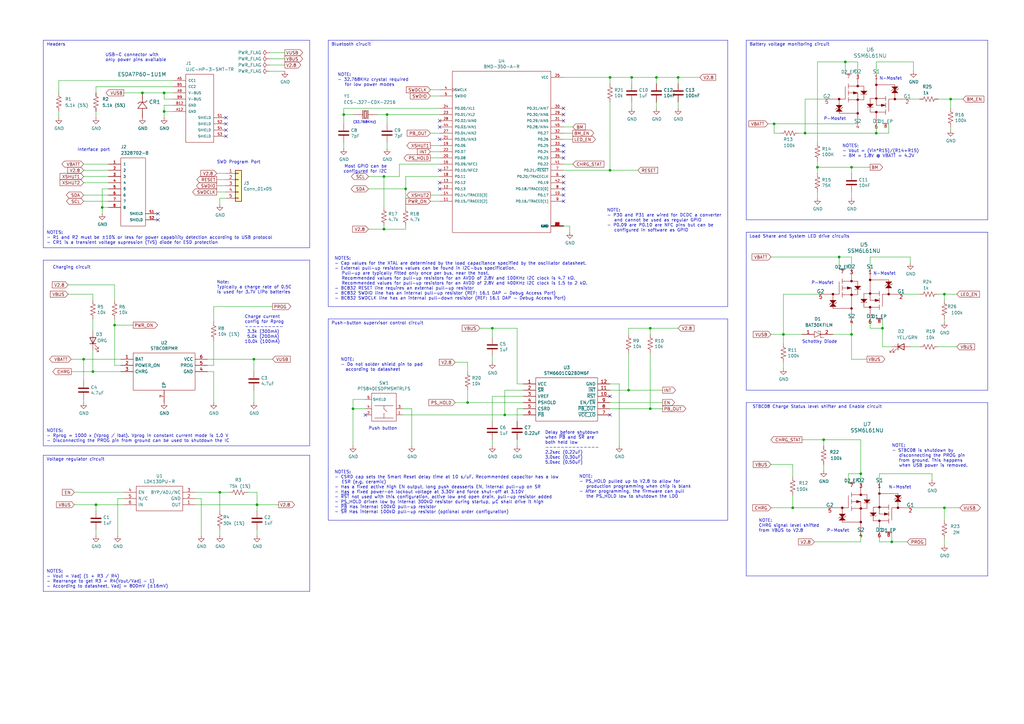
<source format=kicad_sch>
(kicad_sch (version 20230121) (generator eeschema)
  (paper "A3")
  (title_block (title "SIDFLC") (rev "V6.0") (comment 1 "Designed by Andrew Green"))
  (junction (at 335.28 68.58))
  (junction (at 104.14 147.32))
  (junction (at 266.7 134.62))
  (junction (at 158.75 46.99))
  (junction (at 353.06 194.31))
  (junction (at 389.89 40.64))
  (junction (at 39.37 207.01))
  (junction (at 250.19 31.75))
  (junction (at 330.2 54.61))
  (junction (at 317.5 50.8))
  (junction (at 46.99 133.35))
  (junction (at 337.82 180.34))
  (junction (at 349.25 68.58))
  (junction (at 201.93 134.62))
  (junction (at 365.76 222.25))
  (junction (at 259.08 31.75))
  (junction (at 166.37 77.47))
  (junction (at 346.71 25.4))
  (junction (at 157.48 93.98))
  (junction (at 387.35 208.28))
  (junction (at 344.17 105.41))
  (junction (at 349.25 137.16))
  (junction (at 38.1 152.4))
  (junction (at 34.29 147.32))
  (junction (at 105.41 207.01))
  (junction (at 257.81 160.02))
  (junction (at 90.17 201.93))
  (junction (at 361.95 134.62))
  (junction (at 250.19 69.85))
  (junction (at 269.24 31.75))
  (junction (at 191.77 165.1))
  (junction (at 325.12 208.28))
  (junction (at 67.31 45.72))
  (junction (at 157.48 72.39))
  (junction (at 359.41 54.61))
  (junction (at 278.13 31.75))
  (junction (at 266.7 167.64))
  (junction (at 41.91 85.09))
  (junction (at 207.01 170.18))
  (junction (at 144.78 167.64))
  (junction (at 58.42 38.1))
  (junction (at 140.97 46.99))
  (junction (at 321.31 137.16))
  (junction (at 67.31 38.1))
  (junction (at 387.35 120.65))
  (no_connect (at 231.14 72.39))
  (no_connect (at 180.34 52.07))
  (no_connect (at 231.14 82.55))
  (no_connect (at 64.77 87.63))
  (no_connect (at 231.14 62.23))
  (no_connect (at 250.19 170.18))
  (no_connect (at 231.14 64.77))
  (no_connect (at 180.34 49.53))
  (no_connect (at 231.14 44.45))
  (no_connect (at 92.71 48.26))
  (no_connect (at 180.34 77.47))
  (no_connect (at 250.19 162.56))
  (no_connect (at 231.14 80.01))
  (no_connect (at 64.77 90.17))
  (no_connect (at 180.34 69.85))
  (no_connect (at 180.34 74.93))
  (no_connect (at 231.14 46.99))
  (no_connect (at 92.71 53.34))
  (no_connect (at 231.14 77.47))
  (no_connect (at 180.34 57.15))
  (no_connect (at 92.71 50.8))
  (no_connect (at 92.71 55.88))
  (no_connect (at 231.14 59.69))
  (no_connect (at 231.14 74.93))
  (no_connect (at 149.86 170.18))
  (no_connect (at 231.14 49.53))
  (wire (pts (xy 321.31 137.16) (xy 321.31 120.65)))
  (wire (pts (xy 191.77 165.1) (xy 214.63 165.1)))
  (wire (pts (xy 335.28 68.58) (xy 349.25 68.58)))
  (wire (pts (xy 347.98 194.31) (xy 353.06 194.31)))
  (polyline (pts (xy 134.62 130.81) (xy 298.45 130.81)))
  (wire (pts (xy 201.93 138.43) (xy 201.93 134.62)))
  (wire (pts (xy 330.2 54.61) (xy 359.41 54.61)))
  (wire (pts (xy 38.1 123.19) (xy 38.1 120.65)))
  (wire (pts (xy 353.06 218.44) (xy 353.06 222.25)))
  (wire (pts (xy 92.71 78.74) (xy 88.9 78.74)))
  (wire (pts (xy 316.23 105.41) (xy 344.17 105.41)))
  (wire (pts (xy 349.25 71.12) (xy 349.25 68.58)))
  (polyline (pts (xy 134.62 130.81) (xy 134.62 213.36)))
  (wire (pts (xy 257.81 160.02) (xy 271.78 160.02)))
  (wire (pts (xy 67.31 45.72) (xy 67.31 48.26)))
  (wire (pts (xy 257.81 160.02) (xy 250.19 160.02)))
  (wire (pts (xy 321.31 120.65) (xy 336.55 120.65)))
  (wire (pts (xy 38.1 120.65) (xy 27.94 120.65)))
  (wire (pts (xy 90.17 201.93) (xy 93.98 201.93)))
  (wire (pts (xy 105.41 207.01) (xy 105.41 209.55)))
  (wire (pts (xy 201.93 134.62) (xy 196.85 134.62)))
  (wire (pts (xy 157.48 92.71) (xy 157.48 93.98)))
  (wire (pts (xy 41.91 77.47) (xy 41.91 85.09)))
  (wire (pts (xy 321.31 148.59) (xy 321.31 151.13)))
  (wire (pts (xy 335.28 68.58) (xy 335.28 71.12)))
  (wire (pts (xy 384.81 120.65) (xy 387.35 120.65)))
  (wire (pts (xy 166.37 92.71) (xy 166.37 93.98)))
  (wire (pts (xy 335.28 66.04) (xy 335.28 68.58)))
  (wire (pts (xy 24.13 33.02) (xy 24.13 38.1)))
  (wire (pts (xy 384.81 142.24) (xy 392.43 142.24)))
  (wire (pts (xy 201.93 182.88) (xy 201.93 180.34)))
  (wire (pts (xy 34.29 67.31) (xy 44.45 67.31)))
  (wire (pts (xy 337.82 180.34) (xy 353.06 180.34)))
  (wire (pts (xy 356.87 110.49) (xy 356.87 105.41)))
  (wire (pts (xy 259.08 44.45) (xy 259.08 41.91)))
  (wire (pts (xy 151.13 77.47) (xy 166.37 77.47)))
  (wire (pts (xy 38.1 130.81) (xy 38.1 135.89)))
  (wire (pts (xy 157.48 72.39) (xy 163.83 72.39)))
  (wire (pts (xy 67.31 45.72) (xy 67.31 43.18)))
  (wire (pts (xy 359.41 25.4) (xy 374.65 25.4)))
  (wire (pts (xy 233.68 92.71) (xy 233.68 95.25)))
  (wire (pts (xy 364.49 50.8) (xy 364.49 54.61)))
  (wire (pts (xy 144.78 46.99) (xy 140.97 46.99)))
  (wire (pts (xy 373.38 142.24) (xy 377.19 142.24)))
  (wire (pts (xy 90.17 201.93) (xy 90.17 209.55)))
  (wire (pts (xy 278.13 31.75) (xy 287.02 31.75)))
  (wire (pts (xy 39.37 45.72) (xy 39.37 48.26)))
  (wire (pts (xy 105.41 201.93) (xy 105.41 207.01)))
  (wire (pts (xy 140.97 60.96) (xy 140.97 58.42)))
  (wire (pts (xy 71.12 45.72) (xy 67.31 45.72)))
  (wire (pts (xy 154.94 46.99) (xy 158.75 46.99)))
  (wire (pts (xy 231.14 31.75) (xy 250.19 31.75)))
  (wire (pts (xy 186.69 165.1) (xy 191.77 165.1)))
  (polyline (pts (xy 127 182.88) (xy 127 106.68)))
  (wire (pts (xy 157.48 72.39) (xy 157.48 85.09)))
  (wire (pts (xy 180.34 59.69) (xy 176.53 59.69)))
  (wire (pts (xy 41.91 85.09) (xy 41.91 87.63)))
  (wire (pts (xy 254 157.48) (xy 254 182.88)))
  (polyline (pts (xy 134.62 213.36) (xy 298.45 213.36)))
  (wire (pts (xy 80.01 207.01) (xy 105.41 207.01)))
  (wire (pts (xy 361.95 134.62) (xy 361.95 130.81)))
  (wire (pts (xy 266.7 167.64) (xy 271.78 167.64)))
  (wire (pts (xy 231.14 69.85) (xy 250.19 69.85)))
  (wire (pts (xy 110.49 21.59) (xy 116.84 21.59)))
  (wire (pts (xy 317.5 50.8) (xy 314.96 50.8)))
  (polyline (pts (xy 405.13 16.51) (xy 405.13 90.17)))
  (wire (pts (xy 82.55 204.47) (xy 82.55 219.71)))
  (wire (pts (xy 356.87 105.41) (xy 373.38 105.41)))
  (wire (pts (xy 212.09 182.88) (xy 212.09 180.34)))
  (wire (pts (xy 341.63 137.16) (xy 349.25 137.16)))
  (wire (pts (xy 71.12 35.56) (xy 39.37 35.56)))
  (wire (pts (xy 259.08 34.29) (xy 259.08 31.75)))
  (polyline (pts (xy 306.07 160.02) (xy 405.13 160.02)))
  (wire (pts (xy 335.28 25.4) (xy 335.28 58.42)))
  (polyline (pts (xy 298.45 130.81) (xy 298.45 213.36)))
  (wire (pts (xy 165.1 167.64) (xy 168.91 167.64)))
  (wire (pts (xy 325.12 190.5) (xy 325.12 195.58)))
  (wire (pts (xy 325.12 190.5) (xy 316.23 190.5)))
  (wire (pts (xy 330.2 40.64) (xy 339.09 40.64)))
  (wire (pts (xy 316.23 208.28) (xy 325.12 208.28)))
  (wire (pts (xy 320.04 54.61) (xy 317.5 54.61)))
  (wire (pts (xy 186.69 148.59) (xy 191.77 148.59)))
  (polyline (pts (xy 17.78 106.68) (xy 17.78 182.88)))
  (wire (pts (xy 44.45 85.09) (xy 41.91 85.09)))
  (wire (pts (xy 29.21 152.4) (xy 38.1 152.4)))
  (polyline (pts (xy 127 16.51) (xy 127 101.6)))
  (wire (pts (xy 360.68 222.25) (xy 365.76 222.25)))
  (wire (pts (xy 180.34 36.83) (xy 176.53 36.83)))
  (wire (pts (xy 39.37 209.55) (xy 39.37 207.01)))
  (wire (pts (xy 325.12 203.2) (xy 325.12 208.28)))
  (wire (pts (xy 278.13 34.29) (xy 278.13 31.75)))
  (wire (pts (xy 105.41 217.17) (xy 105.41 219.71)))
  (wire (pts (xy 166.37 72.39) (xy 180.34 72.39)))
  (wire (pts (xy 382.27 194.31) (xy 382.27 196.85)))
  (wire (pts (xy 201.93 134.62) (xy 212.09 134.62)))
  (wire (pts (xy 34.29 147.32) (xy 49.53 147.32)))
  (wire (pts (xy 321.31 137.16) (xy 321.31 140.97)))
  (polyline (pts (xy 127 186.69) (xy 127 242.57)))
  (wire (pts (xy 361.95 134.62) (xy 361.95 142.24)))
  (wire (pts (xy 347.98 198.12) (xy 347.98 194.31)))
  (wire (pts (xy 364.49 54.61) (xy 359.41 54.61)))
  (wire (pts (xy 257.81 160.02) (xy 257.81 144.78)))
  (wire (pts (xy 214.63 157.48) (xy 212.09 157.48)))
  (wire (pts (xy 54.61 133.35) (xy 46.99 133.35)))
  (polyline (pts (xy 405.13 236.22) (xy 306.07 236.22)))
  (wire (pts (xy 140.97 44.45) (xy 140.97 46.99)))
  (wire (pts (xy 157.48 93.98) (xy 166.37 93.98)))
  (wire (pts (xy 212.09 157.48) (xy 212.09 134.62)))
  (wire (pts (xy 24.13 33.02) (xy 71.12 33.02)))
  (polyline (pts (xy 134.62 16.51) (xy 298.45 16.51)))
  (wire (pts (xy 327.66 54.61) (xy 330.2 54.61)))
  (wire (pts (xy 344.17 110.49) (xy 344.17 105.41)))
  (polyline (pts (xy 306.07 16.51) (xy 306.07 90.17)))
  (wire (pts (xy 349.25 137.16) (xy 349.25 147.32)))
  (wire (pts (xy 46.99 116.84) (xy 46.99 123.19)))
  (wire (pts (xy 387.35 130.81) (xy 387.35 132.08)))
  (wire (pts (xy 250.19 34.29) (xy 250.19 31.75)))
  (wire (pts (xy 46.99 130.81) (xy 46.99 133.35)))
  (wire (pts (xy 361.95 142.24) (xy 365.76 142.24)))
  (wire (pts (xy 349.25 68.58) (xy 356.87 68.58)))
  (wire (pts (xy 176.53 82.55) (xy 180.34 82.55)))
  (wire (pts (xy 269.24 34.29) (xy 269.24 31.75)))
  (wire (pts (xy 163.83 67.31) (xy 180.34 67.31)))
  (polyline (pts (xy 127 101.6) (xy 17.78 101.6)))
  (wire (pts (xy 176.53 54.61) (xy 180.34 54.61)))
  (wire (pts (xy 27.94 116.84) (xy 46.99 116.84)))
  (wire (pts (xy 365.76 222.25) (xy 365.76 218.44)))
  (wire (pts (xy 389.89 53.34) (xy 389.89 52.07)))
  (wire (pts (xy 353.06 180.34) (xy 353.06 194.31)))
  (wire (pts (xy 34.29 163.83) (xy 34.29 165.1)))
  (wire (pts (xy 39.37 38.1) (xy 39.37 35.56)))
  (wire (pts (xy 266.7 137.16) (xy 266.7 134.62)))
  (wire (pts (xy 337.82 190.5) (xy 337.82 193.04)))
  (wire (pts (xy 29.21 147.32) (xy 34.29 147.32)))
  (wire (pts (xy 365.76 222.25) (xy 372.11 222.25)))
  (wire (pts (xy 349.25 130.81) (xy 349.25 137.16)))
  (wire (pts (xy 349.25 105.41) (xy 349.25 110.49)))
  (wire (pts (xy 231.14 52.07) (xy 234.95 52.07)))
  (wire (pts (xy 34.29 72.39) (xy 44.45 72.39)))
  (wire (pts (xy 46.99 149.86) (xy 49.53 149.86)))
  (wire (pts (xy 104.14 160.02) (xy 104.14 165.1)))
  (wire (pts (xy 105.41 207.01) (xy 114.3 207.01)))
  (polyline (pts (xy 405.13 165.1) (xy 306.07 165.1)))
  (wire (pts (xy 38.1 152.4) (xy 49.53 152.4)))
  (wire (pts (xy 346.71 30.48) (xy 346.71 25.4)))
  (wire (pts (xy 88.9 71.12) (xy 92.71 71.12)))
  (wire (pts (xy 67.31 38.1) (xy 71.12 38.1)))
  (wire (pts (xy 144.78 167.64) (xy 144.78 182.88)))
  (wire (pts (xy 278.13 44.45) (xy 278.13 41.91)))
  (wire (pts (xy 387.35 213.36) (xy 387.35 208.28)))
  (wire (pts (xy 101.6 201.93) (xy 105.41 201.93)))
  (wire (pts (xy 34.29 147.32) (xy 34.29 156.21)))
  (wire (pts (xy 151.13 93.98) (xy 157.48 93.98)))
  (wire (pts (xy 231.14 54.61) (xy 234.95 54.61)))
  (wire (pts (xy 269.24 31.75) (xy 278.13 31.75)))
  (wire (pts (xy 334.01 222.25) (xy 353.06 222.25)))
  (wire (pts (xy 87.63 125.73) (xy 87.63 132.08)))
  (wire (pts (xy 87.63 149.86) (xy 85.09 149.86)))
  (wire (pts (xy 212.09 167.64) (xy 212.09 172.72)))
  (wire (pts (xy 144.78 163.83) (xy 144.78 167.64)))
  (polyline (pts (xy 127 106.68) (xy 17.78 106.68)))
  (wire (pts (xy 207.01 170.18) (xy 214.63 170.18)))
  (wire (pts (xy 92.71 81.28) (xy 90.17 81.28)))
  (wire (pts (xy 104.14 152.4) (xy 104.14 147.32)))
  (wire (pts (xy 104.14 147.32) (xy 111.76 147.32)))
  (polyline (pts (xy 134.62 125.73) (xy 298.45 125.73)))
  (wire (pts (xy 39.37 207.01) (xy 50.8 207.01)))
  (wire (pts (xy 144.78 167.64) (xy 149.86 167.64)))
  (wire (pts (xy 144.78 163.83) (xy 149.86 163.83)))
  (wire (pts (xy 85.09 152.4) (xy 87.63 152.4)))
  (wire (pts (xy 30.48 201.93) (xy 50.8 201.93)))
  (wire (pts (xy 34.29 82.55) (xy 44.45 82.55)))
  (wire (pts (xy 201.93 162.56) (xy 214.63 162.56)))
  (wire (pts (xy 34.29 69.85) (xy 44.45 69.85)))
  (wire (pts (xy 67.31 40.64) (xy 67.31 38.1)))
  (wire (pts (xy 191.77 152.4) (xy 191.77 148.59)))
  (wire (pts (xy 166.37 77.47) (xy 166.37 72.39)))
  (wire (pts (xy 24.13 45.72) (xy 24.13 48.26)))
  (wire (pts (xy 87.63 152.4) (xy 87.63 165.1)))
  (wire (pts (xy 151.13 72.39) (xy 157.48 72.39)))
  (polyline (pts (xy 127 242.57) (xy 17.78 242.57)))
  (wire (pts (xy 201.93 146.05) (xy 201.93 148.59)))
  (wire (pts (xy 92.71 73.66) (xy 88.9 73.66)))
  (wire (pts (xy 250.19 31.75) (xy 259.08 31.75)))
  (wire (pts (xy 387.35 208.28) (xy 393.7 208.28)))
  (wire (pts (xy 359.41 50.8) (xy 359.41 54.61)))
  (wire (pts (xy 214.63 160.02) (xy 207.01 160.02)))
  (wire (pts (xy 389.89 40.64) (xy 394.97 40.64)))
  (wire (pts (xy 110.49 24.13) (xy 116.84 24.13)))
  (polyline (pts (xy 306.07 165.1) (xy 306.07 236.22)))
  (wire (pts (xy 30.48 207.01) (xy 39.37 207.01)))
  (wire (pts (xy 67.31 40.64) (xy 71.12 40.64)))
  (wire (pts (xy 158.75 50.8) (xy 158.75 46.99)))
  (wire (pts (xy 384.81 40.64) (xy 389.89 40.64)))
  (wire (pts (xy 39.37 219.71) (xy 39.37 217.17)))
  (polyline (pts (xy 17.78 186.69) (xy 127 186.69)))
  (wire (pts (xy 168.91 167.64) (xy 168.91 182.88)))
  (polyline (pts (xy 306.07 95.25) (xy 306.07 160.02)))
  (wire (pts (xy 140.97 44.45) (xy 180.34 44.45)))
  (wire (pts (xy 165.1 170.18) (xy 207.01 170.18)))
  (wire (pts (xy 87.63 149.86) (xy 87.63 139.7)))
  (polyline (pts (xy 405.13 165.1) (xy 405.13 236.22)))
  (wire (pts (xy 90.17 81.28) (xy 90.17 83.82)))
  (wire (pts (xy 234.95 67.31) (xy 231.14 67.31)))
  (wire (pts (xy 180.34 62.23) (xy 176.53 62.23)))
  (wire (pts (xy 46.99 133.35) (xy 46.99 149.86)))
  (wire (pts (xy 387.35 120.65) (xy 392.43 120.65)))
  (wire (pts (xy 377.19 120.65) (xy 369.57 120.65)))
  (wire (pts (xy 389.89 44.45) (xy 389.89 40.64)))
  (wire (pts (xy 92.71 76.2) (xy 88.9 76.2)))
  (wire (pts (xy 140.97 46.99) (xy 140.97 50.8)))
  (wire (pts (xy 317.5 54.61) (xy 317.5 50.8)))
  (polyline (pts (xy 405.13 95.25) (xy 306.07 95.25)))
  (wire (pts (xy 207.01 160.02) (xy 207.01 170.18)))
  (wire (pts (xy 34.29 80.01) (xy 44.45 80.01)))
  (wire (pts (xy 373.38 208.28) (xy 387.35 208.28)))
  (wire (pts (xy 346.71 25.4) (xy 335.28 25.4)))
  (wire (pts (xy 359.41 30.48) (xy 359.41 25.4)))
  (wire (pts (xy 250.19 157.48) (xy 254 157.48)))
  (wire (pts (xy 353.06 194.31) (xy 353.06 198.12)))
  (polyline (pts (xy 298.45 16.51) (xy 298.45 125.73)))
  (wire (pts (xy 110.49 26.67) (xy 116.84 26.67)))
  (wire (pts (xy 337.82 180.34) (xy 328.93 180.34)))
  (wire (pts (xy 387.35 220.98) (xy 387.35 223.52)))
  (wire (pts (xy 48.26 204.47) (xy 48.26 219.71)))
  (wire (pts (xy 34.29 74.93) (xy 44.45 74.93)))
  (wire (pts (xy 80.01 201.93) (xy 90.17 201.93)))
  (wire (pts (xy 387.35 123.19) (xy 387.35 120.65)))
  (wire (pts (xy 266.7 134.62) (xy 278.13 134.62)))
  (wire (pts (xy 166.37 77.47) (xy 166.37 85.09)))
  (wire (pts (xy 250.19 167.64) (xy 266.7 167.64)))
  (wire (pts (xy 316.23 137.16) (xy 321.31 137.16)))
  (wire (pts (xy 231.14 92.71) (xy 233.68 92.71)))
  (polyline (pts (xy 17.78 101.6) (xy 17.78 16.51)))
  (wire (pts (xy 85.09 147.32) (xy 104.14 147.32)))
  (wire (pts (xy 356.87 134.62) (xy 361.95 134.62)))
  (wire (pts (xy 234.95 57.15) (xy 231.14 57.15)))
  (wire (pts (xy 250.19 69.85) (xy 261.62 69.85)))
  (wire (pts (xy 330.2 54.61) (xy 330.2 40.64)))
  (wire (pts (xy 372.11 40.64) (xy 377.19 40.64)))
  (wire (pts (xy 87.63 125.73) (xy 111.76 125.73)))
  (wire (pts (xy 259.08 31.75) (xy 269.24 31.75)))
  (wire (pts (xy 180.34 80.01) (xy 176.53 80.01)))
  (wire (pts (xy 337.82 180.34) (xy 337.82 182.88)))
  (wire (pts (xy 38.1 152.4) (xy 38.1 143.51)))
  (wire (pts (xy 257.81 137.16) (xy 257.81 134.62)))
  (wire (pts (xy 180.34 39.37) (xy 176.53 39.37)))
  (wire (pts (xy 266.7 144.78) (xy 266.7 167.64)))
  (wire (pts (xy 67.31 43.18) (xy 71.12 43.18)))
  (wire (pts (xy 214.63 167.64) (xy 212.09 167.64)))
  (wire (pts (xy 349.25 81.28) (xy 349.25 78.74)))
  (wire (pts (xy 325.12 208.28) (xy 340.36 208.28)))
  (wire (pts (xy 360.68 194.31) (xy 382.27 194.31)))
  (wire (pts (xy 50.8 204.47) (xy 48.26 204.47)))
  (wire (pts (xy 321.31 137.16) (xy 328.93 137.16)))
  (wire (pts (xy 176.53 64.77) (xy 180.34 64.77)))
  (polyline (pts (xy 405.13 160.02) (xy 405.13 95.25)))
  (wire (pts (xy 158.75 46.99) (xy 180.34 46.99)))
  (wire (pts (xy 257.81 134.62) (xy 266.7 134.62)))
  (wire (pts (xy 351.79 25.4) (xy 351.79 30.48)))
  (polyline (pts (xy 134.62 125.73) (xy 134.62 16.51)))
  (wire (pts (xy 335.28 78.74) (xy 335.28 81.28)))
  (wire (pts (xy 349.25 147.32) (xy 355.6 147.32)))
  (polyline (pts (xy 17.78 182.88) (xy 127 182.88)))
  (wire (pts (xy 271.78 165.1) (xy 250.19 165.1)))
  (wire (pts (xy 346.71 25.4) (xy 351.79 25.4)))
  (wire (pts (xy 317.5 50.8) (xy 351.79 50.8)))
  (wire (pts (xy 80.01 204.47) (xy 82.55 204.47)))
  (wire (pts (xy 44.45 77.47) (xy 41.91 77.47)))
  (polyline (pts (xy 17.78 16.51) (xy 127 16.51)))
  (wire (pts (xy 344.17 105.41) (xy 349.25 105.41)))
  (polyline (pts (xy 17.78 186.69) (xy 17.78 242.57)))
  (wire (pts (xy 356.87 130.81) (xy 356.87 134.62)))
  (wire (pts (xy 58.42 38.1) (xy 67.31 38.1)))
  (polyline (pts (xy 405.13 90.17) (xy 306.07 90.17)))
  (wire (pts (xy 269.24 44.45) (xy 269.24 41.91)))
  (wire (pts (xy 191.77 160.02) (xy 191.77 165.1)))
  (wire (pts (xy 374.65 25.4) (xy 374.65 29.21)))
  (wire (pts (xy 50.8 38.1) (xy 58.42 38.1)))
  (wire (pts (xy 110.49 29.21) (xy 116.84 29.21)))
  (wire (pts (xy 360.68 198.12) (xy 360.68 194.31)))
  (wire (pts (xy 90.17 217.17) (xy 90.17 219.71)))
  (wire (pts (xy 360.68 218.44) (xy 360.68 222.25)))
  (wire (pts (xy 250.19 41.91) (xy 250.19 69.85)))
  (polyline (pts (xy 306.07 16.51) (xy 405.13 16.51)))
  (wire (pts (xy 201.93 162.56) (xy 201.93 172.72)))
  (wire (pts (xy 373.38 105.41) (xy 373.38 107.95)))
  (wire (pts (xy 158.75 60.96) (xy 158.75 58.42)))
  (wire (pts (xy 163.83 67.31) (xy 163.83 72.39)))
  (text "SWD Program Port" (at 88.9 67.31 0) (effects (font (size 1.27 1.27)) (justify left bottom)))
  (text "Charge current\nconfig for Rprog\n----------\n 3.3k (300mA)\n 5.0k (200mA)\n10.0k (100mA)" (at 100.33 140.97 0) (effects (font (size 1.27 1.27)) (justify left bottom)))
  (text "Push button" (at 151.13 176.53 0) (effects (font (size 1.27 1.27)) (justify left bottom)))
  (text "STBC08 Charge Status level shifter and Enable circuit" (at 308.61 167.64 0) (effects (font (size 1.27 1.27)) (justify left bottom)))
  (text "NOTES:\n- Cap values for the XTAL are determined by the load capacitance specified by the oscillator datasheet.\n- External pull-up resistors values can be found in I2C-bus specification.\n   Pull-up are typically fitted only once per bus, near the host.\n   Recommended values for pull-up resistors for an AVDD of 2.8V and 100KHz I2C clock is 4.7 kΩ.\n   Recommended values for pull-up resistors for an AVDD of 2.8V and 400KHz I2C clock is 1.5 to 2 kΩ.\n- BC832 RESET line requires an external pull-up resistor\n- BC832 SWDIO line has an internal pull-up resistor (REF: 16.1 DAP - Debug Access Port)\n- BC832 SWDCLK line has an internal pull-down resistor (REF: 16.1 DAP - Debug Access Port)" (at 137.16 123.19 0) (effects (font (size 1.27 1.27)) (justify left bottom)))
  (text "Headers" (at 19.05 19.05 0) (effects (font (size 1.27 1.27)) (justify left bottom)))
  (text "NOTE:\n- PS_HOLD pulled up to V2.8 to allow for\n   production programming when chip is blank\n- After programming, the firmware can pull\n   the PS_HOLD low to shutdown the LDO" (at 237.49 204.47 0) (effects (font (size 1.27 1.27)) (justify left bottom)))
  (text "NOTES:\n- R1 and R2 must be ±10% or less for power capability detection according to USB protocol\n- CR1 is a transient voltage supression (TVS) diode for ESD protection" (at 19.05 100.33 0) (effects (font (size 1.27 1.27)) (justify left bottom)))
  (text "N-Mosfet" (at 364.49 200.66 0) (effects (font (size 1.27 1.27)) (justify left bottom)))
  (text "(32.768KHz)" (at 144.78 50.8 0) (effects (font (size 0.9906 0.9906)) (justify left bottom)))
  (text "Voltage regulator circuit" (at 19.05 189.23 0) (effects (font (size 1.27 1.27)) (justify left bottom)))
  (text "Schottky Diode" (at 328.93 140.97 0) (effects (font (size 1.27 1.27)) (justify left bottom)))
  (text "NOTES:\n- Vout = Vadj (1 + R3 / R4)\n- Rearrange to get R3 = R4(Vout/Vadj - 1)\n- According to datasheet, Vadj = 800mV (±16mV)" (at 19.05 241.3 0) (effects (font (size 1.27 1.27)) (justify left bottom)))
  (text "Bluetooth cirucit" (at 135.89 19.05 0) (effects (font (size 1.27 1.27)) (justify left bottom)))
  (text "Note:\nTypically a charge rate of 0.5C\nis used for 3.7V LiPo batteries" (at 88.9 120.65 0) (effects (font (size 1.27 1.27)) (justify left bottom)))
  (text "NOTE:\n- Do not solder shield pin to pad\n  according to datasheet" (at 139.7 152.4 0) (effects (font (size 1.27 1.27)) (justify left bottom)))
  (text "Interface port" (at 31.75 62.23 0) (effects (font (size 1.27 1.27)) (justify left bottom)))
  (text "Load Share and System LED drive circuits" (at 307.34 97.79 0) (effects (font (size 1.27 1.27)) (justify left bottom)))
  (text "Battery voltage monitoring circuit" (at 307.34 19.05 0) (effects (font (size 1.27 1.27)) (justify left bottom)))
  (text "NOTE:\nCHRG signal level shifted\nfrom VBUS to V2.8" (at 311.15 218.44 0) (effects (font (size 1.27 1.27)) (justify left bottom)))
  (text "N-Mosfet" (at 360.68 33.02 0) (effects (font (size 1.27 1.27)) (justify left bottom)))
  (text "NOTES:\n- Vout = (Vin*R15)/(R14+R15)\n- BM = 1.8V @ VBATT = 4.2V" (at 345.44 64.77 0) (effects (font (size 1.27 1.27)) (justify left bottom)))
  (text "Push-button supervisor control circuit" (at 135.89 133.35 0) (effects (font (size 1.27 1.27)) (justify left bottom)))
  (text "NOTE:\n- STBC08 is shutdown by\n   disconnecting the PROG pin\n   from ground. This happens\n   when USB power is removed." (at 365.76 191.77 0) (effects (font (size 1.27 1.27)) (justify left bottom)))
  (text "NOTE:\n- 32.768KHz crystal required\n   for low power modes" (at 138.43 35.56 0) (effects (font (size 1.27 1.27)) (justify left bottom)))
  (text "Most GPIO can be\nconfigured for I2C" (at 158.75 71.12 0) (effects (font (size 1.27 1.27)) (justify right bottom)))
  (text "NOTES:\n- CSRD cap sets the Smart Reset delay time at 10 s/uF. Recommended capacitor has a low\n   ESR (e.g. ceramic)\n- Has a fixed active high EN output, long push deasserts EN, internal pull-up on SR\n- Has a fixed power-on lockout voltage at 3.30V and force shut-off at 3.10V\n- ~{RST} not used with this configuration, active low and open drain, pull-up resistor added\n- PS_HOLD driven low by internal 300kΩ resistor during startup, μC shall drive it high\n- ~{PB} Has internal 100kΩ pull-up resistor\n- ~{SR} Has internal 100kΩ pull-up resistor (optional order configuration)" (at 137.16 210.82 0) (effects (font (size 1.27 1.27)) (justify left bottom)))
  (text "P-Mosfet" (at 339.09 218.44 0) (effects (font (size 1.27 1.27)) (justify left bottom)))
  (text "Charging circuit" (at 21.59 110.49 0) (effects (font (size 1.27 1.27)) (justify left bottom)))
  (text "Delay before shutdown\nwhen ~{PB} and ~{SR} are\nboth held low\n--------------\n2.2sec (0.22uF)\n3.0sec (0.30uF)\n5.0sec (0.50uF)" (at 223.52 190.5 0) (effects (font (size 1.27 1.27)) (justify left bottom)))
  (text "NOTE:\n- P30 and P31 are wired for DCDC a converter\n   and cannot be used as regular GPIO\n- P0.09 are P0.10 are NFC pins but can be\n   configured in software as GPIO" (at 248.92 95.25 0) (effects (font (size 1.27 1.27)) (justify left bottom)))
  (text "P-Mosfet" (at 332.74 116.84 0) (effects (font (size 1.27 1.27)) (justify left bottom)))
  (text "P-Mosfet" (at 337.82 49.53 0) (effects (font (size 1.27 1.27)) (justify left bottom)))
  (text "N-Mosfet" (at 358.14 113.03 0) (effects (font (size 1.27 1.27)) (justify left bottom)))
  (text "NOTES:\n- Rprog = 1000 x (Vprog / Ibat). Vprog in constant current mode is 1.0 V\n- Disconnecting the PROG pin from ground can be used to shutdown the IC" (at 19.05 181.61 0) (effects (font (size 1.27 1.27)) (justify left bottom)))
  (text "USB-C connector with\nonly power pins available" (at 43.18 25.4 0) (effects (font (size 1.27 1.27)) (justify left bottom)))
  (global_label "V2.8" (shape output) (at 116.84 26.67 0) (property "Intersheetrefs" "${INTERSHEET_REFS}" (effects hide)))
  (global_label "BM_EN" (shape output) (at 234.95 54.61 0) (property "Intersheetrefs" "${INTERSHEET_REFS}" (effects hide)))
  (global_label "V2.8" (shape output) (at 114.3 207.01 0) (property "Intersheetrefs" "${INTERSHEET_REFS}" (effects hide)))
  (global_label "SDA" (shape bidirectional) (at 34.29 80.01 180) (property "Intersheetrefs" "${INTERSHEET_REFS}" (effects hide)))
  (global_label "V2.8" (shape input) (at 334.01 222.25 180) (property "Intersheetrefs" "${INTERSHEET_REFS}" (effects hide)))
  (global_label "V2.8" (shape input) (at 151.13 93.98 180) (property "Intersheetrefs" "${INTERSHEET_REFS}" (effects hide)))
  (global_label "XSHUT1" (shape input) (at 34.29 72.39 180) (property "Intersheetrefs" "${INTERSHEET_REFS}" (effects hide)))
  (global_label "BM" (shape output) (at 356.87 68.58 0) (property "Intersheetrefs" "${INTERSHEET_REFS}" (effects hide)))
  (global_label "BM_EN" (shape input) (at 394.97 40.64 0) (property "Intersheetrefs" "${INTERSHEET_REFS}" (effects hide)))
  (global_label "PS_HOLD" (shape output) (at 176.53 64.77 180) (property "Intersheetrefs" "${INTERSHEET_REFS}" (effects hide)))
  (global_label "VUSB" (shape input) (at 111.76 147.32 0) (property "Intersheetrefs" "${INTERSHEET_REFS}" (effects hide)))
  (global_label "VUSB" (shape bidirectional) (at 393.7 208.28 0) (property "Intersheetrefs" "${INTERSHEET_REFS}" (effects hide)))
  (global_label "V2.8" (shape input) (at 27.94 116.84 180) (property "Intersheetrefs" "${INTERSHEET_REFS}" (effects hide)))
  (global_label "SWDIO" (shape output) (at 88.9 76.2 180) (property "Intersheetrefs" "${INTERSHEET_REFS}" (effects hide)))
  (global_label "V2.8" (shape input) (at 278.13 134.62 0) (property "Intersheetrefs" "${INTERSHEET_REFS}" (effects hide)))
  (global_label "SWDCLK" (shape output) (at 88.9 78.74 180) (property "Intersheetrefs" "${INTERSHEET_REFS}" (effects hide)))
  (global_label "CHRG" (shape output) (at 29.21 152.4 180) (property "Intersheetrefs" "${INTERSHEET_REFS}" (effects hide)))
  (global_label "V2.8" (shape input) (at 287.02 31.75 0) (property "Intersheetrefs" "${INTERSHEET_REFS}" (effects hide)))
  (global_label "PS_HOLD" (shape input) (at 186.69 165.1 180) (property "Intersheetrefs" "${INTERSHEET_REFS}" (effects hide)))
  (global_label "VBUS" (shape input) (at 27.94 120.65 180) (property "Intersheetrefs" "${INTERSHEET_REFS}" (effects hide)))
  (global_label "VUSB" (shape output) (at 116.84 21.59 0) (property "Intersheetrefs" "${INTERSHEET_REFS}" (effects hide)))
  (global_label "XSHUT2" (shape input) (at 34.29 74.93 180) (property "Intersheetrefs" "${INTERSHEET_REFS}" (effects hide)))
  (global_label "PB_OUT" (shape input) (at 176.53 54.61 180) (property "Intersheetrefs" "${INTERSHEET_REFS}" (effects hide)))
  (global_label "LED_EN" (shape input) (at 392.43 120.65 0) (property "Intersheetrefs" "${INTERSHEET_REFS}" (effects hide)))
  (global_label "INT" (shape input) (at 176.53 62.23 180) (property "Intersheetrefs" "${INTERSHEET_REFS}" (effects hide)))
  (global_label "CHRG" (shape input) (at 316.23 208.28 180) (property "Intersheetrefs" "${INTERSHEET_REFS}" (effects hide)))
  (global_label "VUSB" (shape input) (at 316.23 137.16 180) (property "Intersheetrefs" "${INTERSHEET_REFS}" (effects hide)))
  (global_label "VBUS" (shape input) (at 196.85 134.62 180) (property "Intersheetrefs" "${INTERSHEET_REFS}" (effects hide)))
  (global_label "INT" (shape output) (at 271.78 160.02 0) (property "Intersheetrefs" "${INTERSHEET_REFS}" (effects hide)))
  (global_label "VUSB" (shape output) (at 50.8 38.1 180) (property "Intersheetrefs" "${INTERSHEET_REFS}" (effects hide)))
  (global_label "PWR_ON" (shape output) (at 54.61 133.35 0) (property "Intersheetrefs" "${INTERSHEET_REFS}" (effects hide)))
  (global_label "VBATT" (shape bidirectional) (at 29.21 147.32 180) (property "Intersheetrefs" "${INTERSHEET_REFS}" (effects hide)))
  (global_label "VBATT" (shape input) (at 314.96 50.8 180) (property "Intersheetrefs" "${INTERSHEET_REFS}" (effects hide)))
  (global_label "XSHUT1" (shape output) (at 176.53 59.69 180) (property "Intersheetrefs" "${INTERSHEET_REFS}" (effects hide)))
  (global_label "SCL" (shape bidirectional) (at 34.29 82.55 180) (property "Intersheetrefs" "${INTERSHEET_REFS}" (effects hide)))
  (global_label "V2.8" (shape input) (at 186.69 148.59 180) (property "Intersheetrefs" "${INTERSHEET_REFS}" (effects hide)))
  (global_label "LED_EN" (shape output) (at 234.95 57.15 0) (property "Intersheetrefs" "${INTERSHEET_REFS}" (effects hide)))
  (global_label "BM" (shape input) (at 234.95 52.07 0) (property "Intersheetrefs" "${INTERSHEET_REFS}" (effects hide)))
  (global_label "EN" (shape input) (at 30.48 201.93 180) (property "Intersheetrefs" "${INTERSHEET_REFS}" (effects hide)))
  (global_label "SCL" (shape bidirectional) (at 151.13 72.39 180) (property "Intersheetrefs" "${INTERSHEET_REFS}" (effects hide)))
  (global_label "VBATT" (shape input) (at 316.23 105.41 180) (property "Intersheetrefs" "${INTERSHEET_REFS}" (effects hide)))
  (global_label "XSHUT2" (shape output) (at 176.53 80.01 180) (property "Intersheetrefs" "${INTERSHEET_REFS}" (effects hide)))
  (global_label "PWR_ON" (shape input) (at 176.53 82.55 180) (property "Intersheetrefs" "${INTERSHEET_REFS}" (effects hide)))
  (global_label "V2.8" (shape input) (at 88.9 71.12 180) (property "Intersheetrefs" "${INTERSHEET_REFS}" (effects hide)))
  (global_label "VBUS" (shape input) (at 392.43 142.24 0) (property "Intersheetrefs" "${INTERSHEET_REFS}" (effects hide)))
  (global_label "PB_OUT" (shape output) (at 271.78 167.64 0) (property "Intersheetrefs" "${INTERSHEET_REFS}" (effects hide)))
  (global_label "PROG" (shape output) (at 111.76 125.73 0) (property "Intersheetrefs" "${INTERSHEET_REFS}" (effects hide)))
  (global_label "CHRG_STAT" (shape output) (at 328.93 180.34 180) (property "Intersheetrefs" "${INTERSHEET_REFS}" (effects hide)))
  (global_label "SDA" (shape bidirectional) (at 151.13 77.47 180) (property "Intersheetrefs" "${INTERSHEET_REFS}" (effects hide)))
  (global_label "VBUS" (shape input) (at 316.23 190.5 180) (property "Intersheetrefs" "${INTERSHEET_REFS}" (effects hide)))
  (global_label "CHRG_STAT" (shape input) (at 234.95 67.31 0) (property "Intersheetrefs" "${INTERSHEET_REFS}" (effects hide)))
  (global_label "EN" (shape output) (at 271.78 165.1 0) (property "Intersheetrefs" "${INTERSHEET_REFS}" (effects hide)))
  (global_label "SWDCLK" (shape input) (at 176.53 36.83 180) (property "Intersheetrefs" "${INTERSHEET_REFS}" (effects hide)))
  (global_label "VBUS" (shape output) (at 116.84 24.13 0) (property "Intersheetrefs" "${INTERSHEET_REFS}" (effects hide)))
  (global_label "PROG" (shape input) (at 372.11 222.25 0) (property "Intersheetrefs" "${INTERSHEET_REFS}" (effects hide)))
  (global_label "SWDIO" (shape input) (at 176.53 39.37 180) (property "Intersheetrefs" "${INTERSHEET_REFS}" (effects hide)))
  (global_label "VBUS" (shape output) (at 355.6 147.32 0) (property "Intersheetrefs" "${INTERSHEET_REFS}" (effects hide)))
  (global_label "RESET" (shape output) (at 88.9 73.66 180) (property "Intersheetrefs" "${INTERSHEET_REFS}" (effects hide)))
  (global_label "RESET" (shape input) (at 261.62 69.85 0) (property "Intersheetrefs" "${INTERSHEET_REFS}" (effects hide)))
  (global_label "V2.8" (shape input) (at 34.29 69.85 180) (property "Intersheetrefs" "${INTERSHEET_REFS}" (effects hide)))
  (global_label "VBATT" (shape bidirectional) (at 34.29 67.31 180) (property "Intersheetrefs" "${INTERSHEET_REFS}" (effects hide)))
  (global_label "VBUS" (shape input) (at 30.48 207.01 180) (property "Intersheetrefs" "${INTERSHEET_REFS}" (effects hide)))
  (symbol (lib_id "Device:C") (at 259.08 38.1 0) (unit 1)
    (property "Reference" "C10" (at 262.001 36.9316 0) (effects (justify left)))
    (property "Value" "1uF" (at 262.001 39.243 0) (effects (justify left)))
    (property "Footprint" "Capacitor_Taiyo_Yuden_0402:Capacitor_Taiyo_Yuden_0402" (effects hide))
  )
  (symbol (lib_id "power:GND") (at 259.08 44.45 0) (unit 1)
    (property "Reference" "#PWR0101" (effects hide))
    (property "Value" "GND" (at 259.207 48.8442 0))
  )
  (symbol (lib_id "power:GND") (at 105.41 219.71 0) (unit 1)
    (property "Reference" "#PWR0114" (effects hide))
    (property "Value" "GND" (at 105.537 224.1042 0))
  )
  (symbol (lib_id "Device:R_US") (at 39.37 41.91 0) (unit 1)
    (property "Reference" "R2" (at 41.91 40.64 0) (effects (justify left)))
    (property "Value" "5.1k (5%)" (at 41.91 43.18 0) (effects (justify left)))
    (property "Footprint" "Stackpole_Res_0402:Stackpole_Res_0402" (effects hide))
  )
  (symbol (lib_id "power:GND") (at 39.37 48.26 0) (unit 1)
    (property "Reference" "#PWR0108" (effects hide))
    (property "Value" "GND" (at 39.497 52.6542 0))
  )
  (symbol (lib_id "power:GND") (at 41.91 87.63 0) (unit 1)
    (property "Reference" "#PWR0120" (effects hide))
    (property "Value" "GND" (at 42.037 92.0242 0))
  )
  (symbol (lib_id "ECS-.327-7-34R-TR:ECS-.327-7-34R-TR") (at 149.86 46.99 0) (unit 1)
    (property "Reference" "Y1" (at 140.97 39.37 0) (effects (justify left)))
    (property "Value" "ECS-.327-CDX-2216" (at 140.97 41.91 0) (effects (justify left)))
    (property "Footprint" "ECS-.327-7-34R-TR:XTAL_ECS-.327-CDX-2216" (effects hide))
    (property "PARTREV" "2016" (effects hide))
    (property "MANUFACTURER" "ECS Inc." (effects hide))
    (property "STANDARD" "Manufacturer Recommendation" (effects hide))
  )
  (symbol (lib_id "Device:R_US") (at 87.63 135.89 0) (unit 1)
    (property "Reference" "R8" (at 89.3572 134.7216 0) (effects (justify left)))
    (property "Value" "10k (1%)" (at 89.3572 137.033 0) (effects (justify left)))
    (property "Footprint" "Stackpole_Res_0402:Stackpole_Res_0402" (effects hide))
  )
  (symbol (lib_id "Device:C") (at 140.97 54.61 0) (unit 1)
    (property "Reference" "C8" (at 143.891 53.4416 0) (effects (justify left)))
    (property "Value" "7pF" (at 143.891 55.753 0) (effects (justify left)))
    (property "Footprint" "Capacitor_SMD:C_0201_0603Metric" (effects hide))
  )
  (symbol (lib_id "Device:R_US") (at 38.1 127 0) (unit 1)
    (property "Reference" "R5" (at 39.8272 125.8316 0) (effects (justify left)))
    (property "Value" "10k" (at 39.8272 128.143 0) (effects (justify left)))
    (property "Footprint" "Stackpole_Res_0402:Stackpole_Res_0402" (effects hide))
  )
  (symbol (lib_id "Device:C") (at 158.75 54.61 0) (unit 1)
    (property "Reference" "C9" (at 161.671 53.4416 0) (effects (justify left)))
    (property "Value" "7pF" (at 161.671 55.753 0) (effects (justify left)))
    (property "Footprint" "Capacitor_SMD:C_0201_0603Metric" (effects hide))
  )
  (symbol (lib_id "power:GND") (at 158.75 60.96 0) (unit 1)
    (property "Reference" "#PWR0127" (effects hide))
    (property "Value" "GND" (at 158.877 65.3542 0))
  )
  (symbol (lib_id "power:GND") (at 140.97 60.96 0) (unit 1)
    (property "Reference" "#PWR0126" (effects hide))
    (property "Value" "GND" (at 141.097 65.3542 0))
  )
  (symbol (lib_id "Device:LED") (at 38.1 139.7 90) (unit 1)
    (property "Reference" "D3" (at 40.64 137.16 90))
    (property "Value" "ORG" (at 41.91 139.7 90))
    (property "Footprint" "LED_QBLP595:LED_QBLP595" (effects hide))
  )
  (symbol (lib_id "power:GND") (at 34.29 165.1 0) (unit 1)
    (property "Reference" "#PWR0102" (effects hide))
    (property "Value" "GND" (at 34.417 169.4942 0))
  )
  (symbol (lib_id "Device:C") (at 34.29 160.02 0) (unit 1)
    (property "Reference" "C4" (at 37.211 158.8516 0) (effects (justify left)))
    (property "Value" "4.7uF" (at 37.211 161.163 0) (effects (justify left)))
    (property "Footprint" "Capacitor_Taiyo_Yuden_0402:Capacitor_Taiyo_Yuden_0402" (effects hide))
  )
  (symbol (lib_id "Device:R_US") (at 157.48 88.9 0) (unit 1)
    (property "Reference" "R17" (at 159.2072 87.7316 0) (effects (justify left)))
    (property "Value" "4.7k" (at 159.2072 90.043 0) (effects (justify left)))
    (property "Footprint" "Stackpole_Res_0402:Stackpole_Res_0402" (effects hide))
  )
  (symbol (lib_id "Device:R_US") (at 166.37 88.9 0) (unit 1)
    (property "Reference" "R18" (at 168.0972 87.7316 0) (effects (justify left)))
    (property "Value" "4.7k" (at 168.0972 90.043 0) (effects (justify left)))
    (property "Footprint" "Stackpole_Res_0402:Stackpole_Res_0402" (effects hide))
  )
  (symbol (lib_id "power:GND") (at 144.78 182.88 0) (unit 1)
    (property "Reference" "#PWR0115" (effects hide))
    (property "Value" "GND" (at 144.907 187.2742 0))
  )
  (symbol (lib_id "power:GND") (at 67.31 48.26 0) (unit 1)
    (property "Reference" "#PWR0109" (effects hide))
    (property "Value" "GND" (at 67.437 52.6542 0))
  )
  (symbol (lib_id "Device:C") (at 39.37 213.36 0) (unit 1)
    (property "Reference" "C1" (at 42.291 212.1916 0) (effects (justify left)))
    (property "Value" "1uF" (at 42.291 214.503 0) (effects (justify left)))
    (property "Footprint" "Capacitor_Taiyo_Yuden_0402:Capacitor_Taiyo_Yuden_0402" (effects hide))
  )
  (symbol (lib_id "power:GND") (at 39.37 219.71 0) (unit 1)
    (property "Reference" "#PWR0122" (effects hide))
    (property "Value" "GND" (at 39.497 224.1042 0))
  )
  (symbol (lib_id "PTS840ESDPMSMTRLFS:PTS840ESDPMSMTRLFS") (at 162.56 161.29 180) (unit 1)
    (property "Reference" "SW1" (at 157.48 157.099 0))
    (property "Value" "PTS840ESDPMSMTRLFS" (at 157.48 159.4104 0))
    (property "Footprint" "PTS840ESDPMSMTRLFS:PTS840ESDPMSMTRLFS" (effects hide))
    (property "Component Link URL" "https://www.ckswitches.com/products/switches/product-details/Tactile/PTS840/" (effects hide))
    (property "category" "Switch" (effects hide))
    (property "manufacturer" "C&K" (effects hide))
    (property "package" "PTS840ESDPMSMTRLFS" (effects hide))
  )
  (symbol (lib_id "UJC-HP-3-SMT-TR:UJC-HP-3-SMT-TR") (at 83.82 38.1 0) (unit 1)
    (property "Reference" "J1" (at 76.2 26.67 0) (effects (justify left bottom)))
    (property "Value" "UJC-HP-3-SMT-TR" (at 76.2 29.21 0) (effects (justify left bottom)))
    (property "Footprint" "CUI_UJC-HP-3-SMT-TR" (effects hide))
    (property "STANDARD" "Manufacturer Recommendations" (effects hide))
    (property "MAXIMUM_PACKAGE_HEIGHT" "3.16mm" (effects hide))
    (property "MANUFACTURER" "CUI Devices" (effects hide))
    (property "PARTREV" "1.0" (effects hide))
  )
  (symbol (lib_id "Device:R_US") (at 321.31 144.78 0) (unit 1)
    (property "Reference" "R11" (at 323.0372 143.6116 0) (effects (justify left)))
    (property "Value" "100k" (at 323.0372 145.923 0) (effects (justify left)))
    (property "Footprint" "Stackpole_Res_0402:Stackpole_Res_0402" (effects hide))
  )
  (symbol (lib_id "power:GND") (at 168.91 182.88 0) (unit 1)
    (property "Reference" "#PWR0112" (effects hide))
    (property "Value" "GND" (at 169.037 187.2742 0))
  )
  (symbol (lib_id "power:GND") (at 254 182.88 0) (unit 1)
    (property "Reference" "#PWR0116" (effects hide))
    (property "Value" "GND" (at 254.127 187.2742 0))
  )
  (symbol (lib_id "Device:R_US") (at 24.13 41.91 0) (unit 1)
    (property "Reference" "R1" (at 26.67 40.64 0) (effects (justify left)))
    (property "Value" "5.1k (5%)" (at 26.67 43.18 0) (effects (justify left)))
    (property "Footprint" "Stackpole_Res_0402:Stackpole_Res_0402" (effects hide))
  )
  (symbol (lib_id "power:GND") (at 24.13 48.26 0) (unit 1)
    (property "Reference" "#PWR0110" (effects hide))
    (property "Value" "GND" (at 24.257 52.6542 0))
  )
  (symbol (lib_id "power:GND") (at 201.93 148.59 0) (unit 1)
    (property "Reference" "#PWR0117" (effects hide))
    (property "Value" "GND" (at 202.057 152.9842 0))
  )
  (symbol (lib_id "Device:C") (at 201.93 142.24 0) (unit 1)
    (property "Reference" "C5" (at 204.851 141.0716 0) (effects (justify left)))
    (property "Value" "1uF" (at 204.851 143.383 0) (effects (justify left)))
    (property "Footprint" "Capacitor_Taiyo_Yuden_0402:Capacitor_Taiyo_Yuden_0402" (effects hide))
  )
  (symbol (lib_id "power:GND") (at 201.93 182.88 0) (unit 1)
    (property "Reference" "#PWR0118" (effects hide))
    (property "Value" "GND" (at 202.057 187.2742 0))
  )
  (symbol (lib_id "Device:C") (at 201.93 176.53 0) (unit 1)
    (property "Reference" "C6" (at 204.851 175.3616 0) (effects (justify left)))
    (property "Value" "1uF" (at 204.851 177.673 0) (effects (justify left)))
    (property "Footprint" "Capacitor_Taiyo_Yuden_0402:Capacitor_Taiyo_Yuden_0402" (effects hide))
  )
  (symbol (lib_id "Device:LED") (at 369.57 142.24 0) (unit 1)
    (property "Reference" "D2" (at 369.57 135.89 0))
    (property "Value" "YEL/GRN" (at 372.11 138.43 0))
    (property "Footprint" "LED_QBLP595:LED_QBLP595" (effects hide))
  )
  (symbol (lib_id "Device:R_US") (at 381 142.24 270) (unit 1)
    (property "Reference" "R19" (at 379.73 135.89 90) (effects (justify left)))
    (property "Value" "10k" (at 379.73 138.43 90) (effects (justify left)))
    (property "Footprint" "Stackpole_Res_0402:Stackpole_Res_0402" (effects hide))
  )
  (symbol (lib_id "power:GND") (at 321.31 151.13 0) (unit 1)
    (property "Reference" "#PWR0107" (effects hide))
    (property "Value" "GND" (at 321.437 155.5242 0))
  )
  (symbol (lib_id "Device:R_US") (at 257.81 140.97 0) (unit 1)
    (property "Reference" "R9" (at 259.5372 139.8016 0) (effects (justify left)))
    (property "Value" "10k" (at 259.5372 142.113 0) (effects (justify left)))
    (property "Footprint" "Stackpole_Res_0402:Stackpole_Res_0402" (effects hide))
  )
  (symbol (lib_id "power:GND") (at 212.09 182.88 0) (unit 1)
    (property "Reference" "#PWR0119" (effects hide))
    (property "Value" "GND" (at 212.217 187.2742 0))
  )
  (symbol (lib_id "Device:C") (at 212.09 176.53 0) (unit 1)
    (property "Reference" "C7" (at 215.011 175.3616 0) (effects (justify left)))
    (property "Value" "0.22uF" (at 215.011 177.673 0) (effects (justify left)))
    (property "Footprint" "Capacitor_Taiyo_Yuden_0402:Capacitor_Taiyo_Yuden_0402" (effects hide))
  )
  (symbol (lib_id "STBC08PMR:STBC08PMR") (at 49.53 147.32 0) (unit 1)
    (property "Reference" "U2" (at 67.31 140.589 0))
    (property "Value" "STBC08PMR" (at 67.31 142.9004 0))
    (property "Footprint" "STBC08PMR:SON95P300X300X100-7N-D" (effects hide))
    (property "Datasheet" "https://componentsearchengine.com/Datasheets/2/STBC08PMR.pdf" (effects hide))
    (property "Description" "STMicroelectronics STBC08PMR, Battery Charger, 800mA, 6-Pin DFN" (effects hide))
    (property "Height" "1" (effects hide))
    (property "Manufacturer_Name" "STMicroelectronics" (effects hide))
    (property "Manufacturer_Part_Number" "STBC08PMR" (effects hide))
    (property "Arrow Part Number" "STBC08PMR" (effects hide))
    (property "Arrow Price/Stock" "https://www.arrow.com/en/products/stbc08pmr/stmicroelectronics" (effects hide))
    (property "Mouser Part Number" "511-STBC08PMR" (effects hide))
    (property "Mouser Price/Stock" "https://www.mouser.co.uk/ProductDetail/STMicroelectronics/STBC08PMR?qs=%252BFmDY%2FmH7Ia1jfeGRWsaYw%3D%3D" (effects hide))
  )
  (symbol (lib_id "power:GND") (at 67.31 165.1 0) (unit 1)
    (property "Reference" "#PWR0104" (effects hide))
    (property "Value" "GND" (at 67.437 169.4942 0))
  )
  (symbol (lib_id "power:GND") (at 87.63 165.1 0) (unit 1)
    (property "Reference" "#PWR0105" (effects hide))
    (property "Value" "GND" (at 87.757 169.4942 0))
  )
  (symbol (lib_id "Device:R_US") (at 266.7 140.97 0) (unit 1)
    (property "Reference" "R10" (at 268.4272 139.8016 0) (effects (justify left)))
    (property "Value" "10k" (at 268.4272 142.113 0) (effects (justify left)))
    (property "Footprint" "Stackpole_Res_0402:Stackpole_Res_0402" (effects hide))
  )
  (symbol (lib_id "power:GND") (at 90.17 83.82 0) (unit 1)
    (property "Reference" "#PWR0111" (effects hide))
    (property "Value" "GND" (at 90.297 88.2142 0))
  )
  (symbol (lib_id "power:GND") (at 104.14 165.1 0) (unit 1)
    (property "Reference" "#PWR0106" (effects hide))
    (property "Value" "GND" (at 104.267 169.4942 0))
  )
  (symbol (lib_id "Device:C") (at 104.14 156.21 0) (unit 1)
    (property "Reference" "C3" (at 107.061 155.0416 0) (effects (justify left)))
    (property "Value" "4.7uF" (at 107.061 157.353 0) (effects (justify left)))
    (property "Footprint" "Capacitor_Taiyo_Yuden_0402:Capacitor_Taiyo_Yuden_0402" (effects hide))
  )
  (symbol (lib_id "power:PWR_FLAG") (at 110.49 21.59 90) (unit 1)
    (property "Reference" "#FLG0101" (effects hide))
    (property "Value" "PWR_FLAG" (at 107.2642 21.59 90) (effects (justify left)))
  )
  (symbol (lib_id "power:GND") (at 116.84 29.21 0) (unit 1)
    (property "Reference" "#PWR0123" (effects hide))
    (property "Value" "GND" (at 116.967 33.6042 0))
  )
  (symbol (lib_id "power:PWR_FLAG") (at 110.49 29.21 90) (unit 1)
    (property "Reference" "#FLG0102" (effects hide))
    (property "Value" "PWR_FLAG" (at 107.2642 29.21 90) (effects (justify left)))
  )
  (symbol (lib_id "power:PWR_FLAG") (at 110.49 24.13 90) (unit 1)
    (property "Reference" "#FLG0103" (effects hide))
    (property "Value" "PWR_FLAG" (at 107.2642 24.13 90) (effects (justify left)))
  )
  (symbol (lib_id "TE_2328702-8:2328702-8") (at 54.61 77.47 0) (unit 1)
    (property "Reference" "J2" (at 49.53 60.96 0) (effects (justify left bottom)))
    (property "Value" "2328702-8" (at 49.53 63.5 0) (effects (justify left bottom)))
    (property "Footprint" "2328702-8:TE_2328702-8" (effects hide))
    (property "Comment" "2328702-8" (effects hide))
  )
  (symbol (lib_id "STM6601AQ2BDM6F:STM6601CQ2BDM6F") (at 214.63 157.48 0) (unit 1)
    (property "Reference" "U3" (at 232.41 150.749 0))
    (property "Value" "STM6601CQ2BDM6F" (at 232.41 153.0604 0))
    (property "Footprint" "STM6601AQ2BDM6F:STM6601AQ2BDM6F" (effects hide))
    (property "Datasheet" "https://componentsearchengine.com/Datasheets/2/STM6601CQ2BDM6F.pdf" (effects hide))
    (property "Description" "STMICROELECTRONICS - STM6601CQ2BDM6F - SUPERVISOR, RESET, 5.5V, TDFN-12" (effects hide))
    (property "Height" "0.8" (effects hide))
    (property "Manufacturer_Name" "STMicroelectronics" (effects hide))
    (property "Manufacturer_Part_Number" "STM6601CQ2BDM6F" (effects hide))
    (property "Arrow Part Number" "STM6601CQ2BDM6F" (effects hide))
    (property "Arrow Price/Stock" "https://www.arrow.com/en/products/stm6601cq2bdm6f/stmicroelectronics" (effects hide))
    (property "Mouser Part Number" "511-STM6601CQ2BDM6F" (effects hide))
    (property "Mouser Price/Stock" "https://www.mouser.co.uk/ProductDetail/STMicroelectronics/STM6601CQ2BDM6F?qs=o6NP%252B98Z%252BR0Rz4ITLGuUYA%3D%3D" (effects hide))
  )
  (symbol (lib_id "BAT30KFILM:BAT30KFILM") (at 334.01 138.43 0) (unit 1)
    (property "Reference" "D1" (at 334.01 130.81 0) (effects (justify left)))
    (property "Value" "BAT30KFILM" (at 330.2 133.35 0) (effects (justify left)))
    (property "Footprint" "BAT30KFILM:BAT30KFILM" (effects hide))
    (property "Datasheet" "http://www.st.com/content/ccc/resource/technical/document/datasheet/b5/44/50/dc/a4/84/48/70/CD00126118.pdf/files/CD00126118.pdf/jcr:content/translations/en.CD00126118.pdf" (effects hide))
    (property "Description" "STMicroelectronics BAT30KFILM, SMT Schottky Diode, 30V 300mA, 2-Pin SOD-523" (effects hide))
    (property "Height" "0.7" (effects hide))
    (property "Manufacturer_Name" "STMicroelectronics" (effects hide))
    (property "Manufacturer_Part_Number" "BAT30KFILM" (effects hide))
    (property "Arrow Part Number" "BAT30KFILM" (effects hide))
    (property "Arrow Price/Stock" "https://www.arrow.com/en/products/bat30kfilm/stmicroelectronics" (effects hide))
    (property "Mouser Part Number" "511-BAT30KFILM" (effects hide))
    (property "Mouser Price/Stock" "https://www.mouser.co.uk/ProductDetail/STMicroelectronics/BAT30KFILM?qs=jZi1jxfVU97WgdRkbosYSw%3D%3D" (effects hide))
  )
  (symbol (lib_id "power:GND") (at 48.26 219.71 0) (unit 1)
    (property "Reference" "#PWR0129" (effects hide))
    (property "Value" "GND" (at 48.387 224.1042 0))
  )
  (symbol (lib_id "Device:C") (at 105.41 213.36 0) (unit 1)
    (property "Reference" "C2" (at 108.331 212.1916 0) (effects (justify left)))
    (property "Value" "1uF" (at 108.331 214.503 0) (effects (justify left)))
    (property "Footprint" "Capacitor_Taiyo_Yuden_0402:Capacitor_Taiyo_Yuden_0402" (effects hide))
  )
  (symbol (lib_id "power:GND") (at 233.68 95.25 0) (unit 1)
    (property "Reference" "#PWR0113" (effects hide))
    (property "Value" "GND" (at 233.807 99.6442 0))
  )
  (symbol (lib_id "Device:R_US") (at 250.19 38.1 0) (unit 1)
    (property "Reference" "R21" (at 251.9172 36.9316 0) (effects (justify left)))
    (property "Value" "10k" (at 251.9172 39.243 0) (effects (justify left)))
    (property "Footprint" "Stackpole_Res_0402:Stackpole_Res_0402" (effects hide))
  )
  (symbol (lib_id "LDK130PU-R:LDK130PU-R") (at 80.01 207.01 180) (unit 1)
    (property "Reference" "U1" (at 65.405 195.199 0))
    (property "Value" "LDK130PU-R" (at 65.405 197.5104 0))
    (property "Footprint" "QFN40P120X130X45-6N" (effects hide))
    (property "Datasheet" "https://www.st.com/resource/en/datasheet/ldk120.pdf" (effects hide))
    (property "Description" "STMICROELECTRONICS - LDK120PU29R - Fixed LDO Voltage Regulator, 1.9V to 5.5V, 150mV Dropout, 2.9Vout, 200mAout, DFN-6" (effects hide))
    (property "Height" "0.45" (effects hide))
    (property "Manufacturer_Name" "STMicroelectronics" (effects hide))
    (property "Manufacturer_Part_Number" "LDK120PU29R" (effects hide))
  )
  (symbol (lib_id "ESDA7P601U1M:ESDA7P60-1U1M") (at 58.42 38.1 270) (unit 1)
    (property "Reference" "CR1" (at 61.0616 41.8338 90) (effects (font (size 1.524 1.524)) (justify left)))
    (property "Value" "ESDA7P60-1U1M" (at 48.26 30.48 90) (effects (font (size 1.524 1.524)) (justify left)))
    (property "Footprint" "ESDA7P601U1M:ESDA7P601U1M" (effects hide))
  )
  (symbol (lib_id "Device:R_US") (at 97.79 201.93 90) (unit 1)
    (property "Reference" "R3" (at 99.06 196.85 90) (effects (justify left)))
    (property "Value" "75k (1%)" (at 102.87 199.39 90) (effects (justify left)))
    (property "Footprint" "Stackpole_Res_0402:Stackpole_Res_0402" (effects hide))
  )
  (symbol (lib_id "Device:R_US") (at 90.17 213.36 0) (unit 1)
    (property "Reference" "R4" (at 91.44 212.09 0) (effects (justify left)))
    (property "Value" "30k (1%)" (at 91.44 214.63 0) (effects (justify left)))
    (property "Footprint" "Stackpole_Res_0402:Stackpole_Res_0402" (effects hide))
  )
  (symbol (lib_id "Device:R_US") (at 323.85 54.61 270) (unit 1)
    (property "Reference" "R13" (at 321.31 57.15 90) (effects (justify left)))
    (property "Value" "100k" (at 321.31 59.69 90) (effects (justify left)))
    (property "Footprint" "Stackpole_Res_0402:Stackpole_Res_0402" (effects hide))
  )
  (symbol (lib_id "power:GND") (at 58.42 48.26 0) (unit 1)
    (property "Reference" "#PWR0125" (effects hide))
    (property "Value" "GND" (at 58.547 52.6542 0))
  )
  (symbol (lib_id "Device:R_US") (at 335.28 62.23 0) (unit 1)
    (property "Reference" "R14" (at 337.0072 61.0616 0) (effects (justify left)))
    (property "Value" "100K" (at 337.0072 63.373 0) (effects (justify left)))
    (property "Footprint" "Stackpole_Res_0402:Stackpole_Res_0402" (effects hide))
  )
  (symbol (lib_id "power:GND") (at 90.17 219.71 0) (unit 1)
    (property "Reference" "#PWR0124" (effects hide))
    (property "Value" "GND" (at 90.297 224.1042 0))
  )
  (symbol (lib_id "Device:R_US") (at 335.28 74.93 0) (unit 1)
    (property "Reference" "R15" (at 337.0072 73.7616 0) (effects (justify left)))
    (property "Value" "75K" (at 337.0072 76.073 0) (effects (justify left)))
    (property "Footprint" "Stackpole_Res_0402:Stackpole_Res_0402" (effects hide))
  )
  (symbol (lib_id "power:GND") (at 82.55 219.71 0) (unit 1)
    (property "Reference" "#PWR0128" (effects hide))
    (property "Value" "GND" (at 82.677 224.1042 0))
  )
  (symbol (lib_id "power:GND") (at 335.28 81.28 0) (unit 1)
    (property "Reference" "#PWR0121" (effects hide))
    (property "Value" "GND" (at 335.407 85.6742 0))
  )
  (symbol (lib_id "Device:R_US") (at 46.99 127 0) (unit 1)
    (property "Reference" "R6" (at 48.7172 125.8316 0) (effects (justify left)))
    (property "Value" "10k" (at 48.7172 128.143 0) (effects (justify left)))
    (property "Footprint" "Stackpole_Res_0402:Stackpole_Res_0402" (effects hide))
  )
  (symbol (lib_id "power:GND") (at 374.65 29.21 0) (unit 1)
    (property "Reference" "#PWR0130" (effects hide))
    (property "Value" "GND" (at 374.777 33.6042 0))
  )
  (symbol (lib_id "Connector_Generic:Conn_01x05") (at 97.79 76.2 0) (unit 1)
    (property "Reference" "J3" (at 99.822 75.1332 0) (effects (justify left)))
    (property "Value" "Conn_01x05" (at 99.822 77.4446 0) (effects (justify left)))
    (property "Footprint" "Connector_PinHeader_1.00mm:PinHeader_1x05_P1.00mm_Vertical" (effects hide))
  )
  (symbol (lib_id "SSM6L61NU:SSM6L61NU") (at 367.03 128.27 180) (unit 1)
    (property "Reference" "U5" (at 354.33 100.33 0) (effects (font (size 1.524 1.524))))
    (property "Value" "SSM6L61NU" (at 354.33 102.87 0) (effects (font (size 1.524 1.524))))
    (property "Footprint" "UDFN6" (effects hide))
  )
  (symbol (lib_id "Device:R_US") (at 389.89 48.26 0) (unit 1)
    (property "Reference" "R16" (at 391.6172 47.0916 0) (effects (justify left)))
    (property "Value" "100k" (at 391.6172 49.403 0) (effects (justify left)))
    (property "Footprint" "Stackpole_Res_0402:Stackpole_Res_0402" (effects hide))
  )
  (symbol (lib_id "power:GND") (at 389.89 53.34 0) (unit 1)
    (property "Reference" "#PWR0132" (effects hide))
    (property "Value" "GND" (at 390.017 57.7342 0))
  )
  (symbol (lib_id "power:PWR_FLAG") (at 110.49 26.67 90) (unit 1)
    (property "Reference" "#FLG0104" (effects hide))
    (property "Value" "PWR_FLAG" (at 107.2642 26.67 90) (effects (justify left)))
  )
  (symbol (lib_id "SSM6L61NU:SSM6L61NU") (at 369.57 48.26 180) (unit 1)
    (property "Reference" "U6" (at 356.87 20.32 0) (effects (font (size 1.524 1.524))))
    (property "Value" "SSM6L61NU" (at 356.87 22.86 0) (effects (font (size 1.524 1.524))))
    (property "Footprint" "UDFN6" (effects hide))
  )
  (symbol (lib_id "Device:R_US") (at 191.77 156.21 0) (unit 1)
    (property "Reference" "R20" (at 193.4972 155.0416 0) (effects (justify left)))
    (property "Value" "10k" (at 193.4972 157.353 0) (effects (justify left)))
    (property "Footprint" "Stackpole_Res_0402:Stackpole_Res_0402" (effects hide))
  )
  (symbol (lib_id "Device:R_US") (at 325.12 199.39 180) (unit 1)
    (property "Reference" "R12" (at 331.47 198.12 0) (effects (justify left)))
    (property "Value" "100k" (at 331.47 200.66 0) (effects (justify left)))
    (property "Footprint" "Stackpole_Res_0402:Stackpole_Res_0402" (effects hide))
  )
  (symbol (lib_id "Device:R_US") (at 337.82 186.69 180) (unit 1)
    (property "Reference" "R22" (at 344.17 185.42 0) (effects (justify left)))
    (property "Value" "100k" (at 345.44 187.96 0) (effects (justify left)))
    (property "Footprint" "Stackpole_Res_0402:Stackpole_Res_0402" (effects hide))
  )
  (symbol (lib_id "power:GND") (at 337.82 193.04 0) (unit 1)
    (property "Reference" "#PWR0131" (effects hide))
    (property "Value" "GND" (at 337.947 197.4342 0))
  )
  (symbol (lib_id "power:GND") (at 373.38 107.95 0) (unit 1)
    (property "Reference" "#PWR0134" (effects hide))
    (property "Value" "GND" (at 373.507 112.3442 0))
  )
  (symbol (lib_id "Device:R_US") (at 381 120.65 90) (unit 1)
    (property "Reference" "R24" (at 382.27 115.57 90) (effects (justify left)))
    (property "Value" "1k" (at 381 118.11 90) (effects (justify left)))
    (property "Footprint" "Stackpole_Res_0402:Stackpole_Res_0402" (effects hide))
  )
  (symbol (lib_id "SSM6L61NU:SSM6L61NU") (at 370.84 215.9 180) (unit 1)
    (property "Reference" "U7" (at 355.6 173.99 0) (effects (font (size 1.524 1.524))))
    (property "Value" "SSM6L61NU" (at 355.6 176.53 0) (effects (font (size 1.524 1.524))))
    (property "Footprint" "UDFN6" (effects hide))
  )
  (symbol (lib_id "power:GND") (at 349.25 81.28 0) (unit 1)
    (property "Reference" "#PWR0135" (effects hide))
    (property "Value" "GND" (at 349.377 85.6742 0))
  )
  (symbol (lib_id "Device:C") (at 349.25 74.93 0) (unit 1)
    (property "Reference" "C11" (at 352.171 73.7616 0) (effects (justify left)))
    (property "Value" "10nF" (at 352.171 76.073 0) (effects (justify left)))
    (property "Footprint" "Capacitor_Taiyo_Yuden_0402:Capacitor_Taiyo_Yuden_0402" (effects hide))
  )
  (symbol (lib_id "Device:R_US") (at 381 40.64 90) (unit 1)
    (property "Reference" "R25" (at 382.27 35.56 90) (effects (justify left)))
    (property "Value" "1k" (at 381 38.1 90) (effects (justify left)))
    (property "Footprint" "Stackpole_Res_0402:Stackpole_Res_0402" (effects hide))
  )
  (symbol (lib_id "Device:R_US") (at 387.35 217.17 180) (unit 1)
    (property "Reference" "R23" (at 393.7 215.9 0) (effects (justify left)))
    (property "Value" "2M" (at 393.7 218.44 0) (effects (justify left)))
    (property "Footprint" "Stackpole_Res_0402:Stackpole_Res_0402" (effects hide))
  )
  (symbol (lib_id "power:GND") (at 387.35 223.52 0) (unit 1)
    (property "Reference" "#PWR0103" (effects hide))
    (property "Value" "GND" (at 387.477 227.9142 0))
  )
  (symbol (lib_id "Device:R_US") (at 387.35 127 180) (unit 1)
    (property "Reference" "R26" (at 392.43 125.73 0) (effects (justify left)))
    (property "Value" "100k" (at 394.97 128.27 0) (effects (justify left)))
    (property "Footprint" "Stackpole_Res_0402:Stackpole_Res_0402" (effects hide))
  )
  (symbol (lib_id "power:GND") (at 387.35 132.08 0) (unit 1)
    (property "Reference" "#PWR0136" (effects hide))
    (property "Value" "GND" (at 387.477 136.4742 0))
  )
  (symbol (lib_id "power:GND") (at 382.27 196.85 0) (unit 1)
    (property "Reference" "#PWR0133" (effects hide))
    (property "Value" "GND" (at 382.397 201.2442 0))
  )
  (symbol (lib_id "Device:C") (at 269.24 38.1 0) (unit 1)
    (property "Reference" "C12" (at 272.161 36.9316 0) (effects (justify left)))
    (property "Value" "10nF" (at 272.161 39.243 0) (effects (justify left)))
    (property "Footprint" "Capacitor_Taiyo_Yuden_0402:Capacitor_Taiyo_Yuden_0402" (effects hide))
  )
  (symbol (lib_id "power:GND") (at 269.24 44.45 0) (unit 1)
    (property "Reference" "#PWR0137" (effects hide))
    (property "Value" "GND" (at 269.367 48.8442 0))
  )
  (symbol (lib_id "Device:C") (at 278.13 38.1 0) (unit 1)
    (property "Reference" "C13" (at 281.051 36.9316 0) (effects (justify left)))
    (property "Value" "100nF" (at 281.051 39.243 0) (effects (justify left)))
    (property "Footprint" "Capacitor_Taiyo_Yuden_0402:Capacitor_Taiyo_Yuden_0402" (effects hide))
  )
  (symbol (lib_id "power:GND") (at 278.13 44.45 0) (unit 1)
    (property "Reference" "#PWR0138" (effects hide))
    (property "Value" "GND" (at 278.257 48.8442 0))
  )
  (symbol (lib_id "BMD-350-A-R:BMD-350-A-R") (at 205.74 62.23 0) (unit 1)
    (property "Reference" "U4" (at 205.74 25.019 0))
    (property "Value" "BMD-350-A-R" (at 205.74 27.3304 0))
    (property "Footprint" "XCVR_BMD-350-A-R" (effects hide))
    (property "MANUFACTURER" "RIGADO" (effects hide))
    (property "PARTREV" "2.0" (effects hide))
    (property "STANDARD" "Manufacturer Recommendations" (effects hide))
  )
)
</source>
